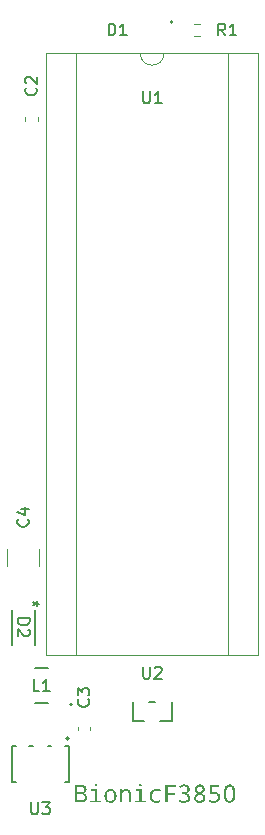
<source format=gbr>
G04 #@! TF.GenerationSoftware,KiCad,Pcbnew,8.0.4+dfsg-1*
G04 #@! TF.CreationDate,2025-02-28T19:43:57+09:00*
G04 #@! TF.ProjectId,bionic-f3850-dcdc,62696f6e-6963-42d6-9633-3835302d6463,7*
G04 #@! TF.SameCoordinates,Original*
G04 #@! TF.FileFunction,Legend,Top*
G04 #@! TF.FilePolarity,Positive*
%FSLAX46Y46*%
G04 Gerber Fmt 4.6, Leading zero omitted, Abs format (unit mm)*
G04 Created by KiCad (PCBNEW 8.0.4+dfsg-1) date 2025-02-28 19:43:57*
%MOMM*%
%LPD*%
G01*
G04 APERTURE LIST*
%ADD10C,0.150000*%
%ADD11C,0.152400*%
%ADD12C,0.120000*%
G04 APERTURE END LIST*
D10*
G36*
X107699538Y-135672063D02*
G01*
X107776344Y-135678637D01*
X107858522Y-135692311D01*
X107929805Y-135712297D01*
X107999195Y-135743590D01*
X108024394Y-135759631D01*
X108080173Y-135811219D01*
X108120015Y-135876592D01*
X108143920Y-135955750D01*
X108151764Y-136036321D01*
X108151889Y-136048692D01*
X108143982Y-136126373D01*
X108117019Y-136201904D01*
X108070922Y-136267045D01*
X108014737Y-136314622D01*
X107947389Y-136348819D01*
X107868878Y-136369634D01*
X107851836Y-136372192D01*
X107851836Y-136382450D01*
X107932036Y-136400127D01*
X108001542Y-136425315D01*
X108073387Y-136467361D01*
X108128524Y-136521142D01*
X108166953Y-136586658D01*
X108188674Y-136663909D01*
X108194020Y-136734160D01*
X108189397Y-136807481D01*
X108172314Y-136885274D01*
X108142644Y-136954722D01*
X108100386Y-137015826D01*
X108062496Y-137054362D01*
X108000538Y-137099615D01*
X107929430Y-137133753D01*
X107849170Y-137156776D01*
X107773092Y-137167664D01*
X107704558Y-137170500D01*
X107161606Y-137170500D01*
X107161606Y-137006735D01*
X107354314Y-137006735D01*
X107670486Y-137006735D01*
X107745619Y-137002355D01*
X107825448Y-136984565D01*
X107900582Y-136945152D01*
X107953175Y-136886033D01*
X107983228Y-136807207D01*
X107991055Y-136726466D01*
X107982906Y-136651635D01*
X107951616Y-136578580D01*
X107896859Y-136523788D01*
X107818635Y-136487261D01*
X107735521Y-136470772D01*
X107657297Y-136466714D01*
X107354314Y-136466714D01*
X107354314Y-137006735D01*
X107161606Y-137006735D01*
X107161606Y-136302949D01*
X107354314Y-136302949D01*
X107646672Y-136302949D01*
X107721640Y-136299446D01*
X107800021Y-136285213D01*
X107871600Y-136253683D01*
X107881145Y-136246895D01*
X107928824Y-136189259D01*
X107951261Y-136114589D01*
X107954785Y-136061515D01*
X107945477Y-135985822D01*
X107910477Y-135917465D01*
X107876016Y-135886759D01*
X107803957Y-135854387D01*
X107724072Y-135838824D01*
X107647182Y-135833844D01*
X107626156Y-135833636D01*
X107354314Y-135833636D01*
X107354314Y-136302949D01*
X107161606Y-136302949D01*
X107161606Y-135669871D01*
X107615165Y-135669871D01*
X107699538Y-135672063D01*
G37*
G36*
X108934809Y-135576082D02*
G01*
X109009441Y-135598452D01*
X109042280Y-135665561D01*
X109043986Y-135692952D01*
X109025644Y-135765080D01*
X109011379Y-135781613D01*
X108943015Y-135810301D01*
X108934809Y-135810555D01*
X108863410Y-135791146D01*
X108827226Y-135726832D01*
X108824533Y-135692952D01*
X108842733Y-135617284D01*
X108908963Y-135577908D01*
X108934809Y-135576082D01*
G37*
G36*
X108840287Y-136192307D02*
G01*
X108562949Y-136170691D01*
X108562949Y-136045028D01*
X109027499Y-136045028D01*
X109027499Y-137023221D01*
X109390200Y-137043737D01*
X109390200Y-137170500D01*
X108485646Y-137170500D01*
X108485646Y-137043737D01*
X108840287Y-137023221D01*
X108840287Y-136192307D01*
G37*
G36*
X110259242Y-136027197D02*
G01*
X110334882Y-136044044D01*
X110404803Y-136072122D01*
X110469005Y-136111432D01*
X110527489Y-136161973D01*
X110545713Y-136181316D01*
X110594395Y-136244900D01*
X110633005Y-136315852D01*
X110661542Y-136394171D01*
X110680008Y-136479857D01*
X110687702Y-136556890D01*
X110688961Y-136605566D01*
X110685509Y-136688148D01*
X110675151Y-136765077D01*
X110657888Y-136836354D01*
X110628058Y-136914424D01*
X110588285Y-136984354D01*
X110547545Y-137036410D01*
X110491353Y-137089948D01*
X110428568Y-137132409D01*
X110359187Y-137163793D01*
X110283213Y-137184101D01*
X110200643Y-137193331D01*
X110171655Y-137193947D01*
X110090893Y-137188318D01*
X110015669Y-137171433D01*
X109945984Y-137143290D01*
X109881838Y-137103890D01*
X109823229Y-137053233D01*
X109804924Y-137033846D01*
X109756118Y-136969896D01*
X109717409Y-136898400D01*
X109688798Y-136819355D01*
X109672669Y-136747719D01*
X109663553Y-136670842D01*
X109661309Y-136605566D01*
X109855116Y-136605566D01*
X109857934Y-136682890D01*
X109870456Y-136774157D01*
X109892996Y-136851904D01*
X109935258Y-136930073D01*
X109993173Y-136987115D01*
X110066741Y-137023031D01*
X110155962Y-137037819D01*
X110175685Y-137038242D01*
X110250560Y-137031481D01*
X110330116Y-137004017D01*
X110394072Y-136955425D01*
X110442429Y-136885707D01*
X110469884Y-136814721D01*
X110487355Y-136730214D01*
X110494842Y-136632186D01*
X110495154Y-136605566D01*
X110492327Y-136529028D01*
X110479762Y-136438687D01*
X110457145Y-136361731D01*
X110414737Y-136284356D01*
X110356624Y-136227893D01*
X110282803Y-136192343D01*
X110193277Y-136177704D01*
X110173487Y-136177286D01*
X110098868Y-136183978D01*
X110019587Y-136211164D01*
X109955850Y-136259261D01*
X109907660Y-136328271D01*
X109880300Y-136398536D01*
X109862889Y-136482184D01*
X109855427Y-136579217D01*
X109855116Y-136605566D01*
X109661309Y-136605566D01*
X109664717Y-136523749D01*
X109674941Y-136447514D01*
X109696206Y-136363399D01*
X109727285Y-136287321D01*
X109768179Y-136219280D01*
X109800894Y-136178385D01*
X109856677Y-136125096D01*
X109919339Y-136082833D01*
X109988878Y-136051594D01*
X110065295Y-136031381D01*
X110148590Y-136022194D01*
X110177883Y-136021581D01*
X110259242Y-136027197D01*
G37*
G36*
X111717346Y-137170500D02*
G01*
X111717346Y-136444366D01*
X111711362Y-136367424D01*
X111688384Y-136292308D01*
X111639795Y-136228407D01*
X111567750Y-136190066D01*
X111487327Y-136177547D01*
X111472248Y-136177286D01*
X111398059Y-136183674D01*
X111319234Y-136209628D01*
X111255864Y-136255545D01*
X111207950Y-136321426D01*
X111175493Y-136407271D01*
X111160655Y-136490321D01*
X111155709Y-136586148D01*
X111155709Y-137170500D01*
X110968131Y-137170500D01*
X110968131Y-136045028D01*
X111119439Y-136045028D01*
X111147283Y-136194871D01*
X111157541Y-136194871D01*
X111202097Y-136135980D01*
X111265996Y-136082673D01*
X111342727Y-136045950D01*
X111418710Y-136027673D01*
X111504122Y-136021581D01*
X111598060Y-136028021D01*
X111679473Y-136047341D01*
X111748361Y-136079541D01*
X111816857Y-136137904D01*
X111857564Y-136199084D01*
X111885745Y-136273144D01*
X111901401Y-136360083D01*
X111904924Y-136433741D01*
X111904924Y-137170500D01*
X111717346Y-137170500D01*
G37*
G36*
X112715688Y-135576082D02*
G01*
X112790321Y-135598452D01*
X112823159Y-135665561D01*
X112824865Y-135692952D01*
X112806524Y-135765080D01*
X112792258Y-135781613D01*
X112723894Y-135810301D01*
X112715688Y-135810555D01*
X112644289Y-135791146D01*
X112608105Y-135726832D01*
X112605413Y-135692952D01*
X112623612Y-135617284D01*
X112689842Y-135577908D01*
X112715688Y-135576082D01*
G37*
G36*
X112621166Y-136192307D02*
G01*
X112343829Y-136170691D01*
X112343829Y-136045028D01*
X112808378Y-136045028D01*
X112808378Y-137023221D01*
X113171079Y-137043737D01*
X113171079Y-137170500D01*
X112266526Y-137170500D01*
X112266526Y-137043737D01*
X112621166Y-137023221D01*
X112621166Y-136192307D01*
G37*
G36*
X114417084Y-136082398D02*
G01*
X114353337Y-136245063D01*
X114278094Y-136218937D01*
X114206974Y-136200275D01*
X114131890Y-136188204D01*
X114077098Y-136185346D01*
X113987539Y-136192004D01*
X113909921Y-136211976D01*
X113844245Y-136245264D01*
X113778941Y-136305598D01*
X113740133Y-136368844D01*
X113713265Y-136445406D01*
X113698338Y-136535282D01*
X113694980Y-136611428D01*
X113698248Y-136686264D01*
X113712774Y-136774595D01*
X113738920Y-136849840D01*
X113787945Y-136925493D01*
X113855127Y-136980700D01*
X113940465Y-137015460D01*
X114021810Y-137028546D01*
X114066840Y-137030182D01*
X114148241Y-137026198D01*
X114230513Y-137014245D01*
X114303214Y-136997250D01*
X114376582Y-136974154D01*
X114397667Y-136966435D01*
X114397667Y-137131299D01*
X114324691Y-137158707D01*
X114243885Y-137178285D01*
X114166756Y-137188991D01*
X114083631Y-137193702D01*
X114058780Y-137193947D01*
X113978893Y-137190289D01*
X113904785Y-137179314D01*
X113823482Y-137156486D01*
X113750500Y-137123123D01*
X113685838Y-137079223D01*
X113647353Y-137044104D01*
X113597674Y-136983327D01*
X113558275Y-136913380D01*
X113529153Y-136834263D01*
X113512736Y-136761326D01*
X113503457Y-136682021D01*
X113501173Y-136613992D01*
X113504823Y-136526918D01*
X113515771Y-136446588D01*
X113534017Y-136373002D01*
X113565547Y-136293601D01*
X113607588Y-136223912D01*
X113650650Y-136173256D01*
X113710967Y-136121710D01*
X113779810Y-136080829D01*
X113857181Y-136050613D01*
X113943077Y-136031061D01*
X114021171Y-136022914D01*
X114070870Y-136021581D01*
X114150173Y-136024491D01*
X114227478Y-136033222D01*
X114302784Y-136047773D01*
X114376091Y-136068144D01*
X114417084Y-136082398D01*
G37*
G36*
X115027080Y-137170500D02*
G01*
X114835472Y-137170500D01*
X114835472Y-135669871D01*
X115702290Y-135669871D01*
X115702290Y-135838765D01*
X115027080Y-135838765D01*
X115027080Y-136373291D01*
X115663089Y-136373291D01*
X115663089Y-136542185D01*
X115027080Y-136542185D01*
X115027080Y-137170500D01*
G37*
G36*
X116559582Y-136390876D02*
G01*
X116559582Y-136397105D01*
X116646737Y-136413047D01*
X116722271Y-136437061D01*
X116800347Y-136478429D01*
X116860266Y-136532409D01*
X116902027Y-136599000D01*
X116925632Y-136678203D01*
X116931442Y-136750646D01*
X116926444Y-136824916D01*
X116907982Y-136903784D01*
X116875915Y-136974271D01*
X116830244Y-137036379D01*
X116789293Y-137075611D01*
X116721036Y-137121720D01*
X116652876Y-137152229D01*
X116575802Y-137174417D01*
X116489815Y-137188284D01*
X116411351Y-137193485D01*
X116378232Y-137193947D01*
X116302707Y-137191961D01*
X116218523Y-137184336D01*
X116141372Y-137170993D01*
X116060251Y-137148197D01*
X115988701Y-137117618D01*
X115979261Y-137112614D01*
X115979261Y-136937492D01*
X116050956Y-136970362D01*
X116123706Y-136996431D01*
X116197513Y-137015699D01*
X116272376Y-137028167D01*
X116348294Y-137033834D01*
X116373836Y-137034212D01*
X116459359Y-137029690D01*
X116533479Y-137016123D01*
X116610093Y-136986445D01*
X116668890Y-136942635D01*
X116715928Y-136871409D01*
X116735527Y-136796508D01*
X116738734Y-136744784D01*
X116729155Y-136670270D01*
X116692370Y-136597524D01*
X116627995Y-136542964D01*
X116553275Y-136511390D01*
X116479705Y-136495224D01*
X116393872Y-136487141D01*
X116346358Y-136486131D01*
X116209338Y-136486131D01*
X116209338Y-136326396D01*
X116346358Y-136326396D01*
X116424142Y-136321450D01*
X116500536Y-136304062D01*
X116571620Y-136270059D01*
X116601714Y-136247262D01*
X116653443Y-136186544D01*
X116683700Y-136113705D01*
X116692572Y-136036968D01*
X116682681Y-135963295D01*
X116649639Y-135897668D01*
X116622230Y-135868441D01*
X116557575Y-135828116D01*
X116484048Y-135809139D01*
X116435018Y-135806159D01*
X116355312Y-135812067D01*
X116276798Y-135829791D01*
X116199475Y-135859331D01*
X116134148Y-135894055D01*
X116080378Y-135929624D01*
X115985489Y-135801030D01*
X116047276Y-135756490D01*
X116112193Y-135719499D01*
X116180240Y-135690058D01*
X116251418Y-135668166D01*
X116325727Y-135653822D01*
X116403166Y-135647028D01*
X116435018Y-135646424D01*
X116511294Y-135650056D01*
X116592012Y-135663475D01*
X116663824Y-135686781D01*
X116734991Y-135725524D01*
X116766212Y-135749739D01*
X116818304Y-135805724D01*
X116855513Y-135870364D01*
X116877838Y-135943660D01*
X116885280Y-136025611D01*
X116878586Y-136102891D01*
X116855445Y-136180057D01*
X116815774Y-136248063D01*
X116800650Y-136266679D01*
X116740901Y-136320524D01*
X116675013Y-136357300D01*
X116597650Y-136383005D01*
X116559582Y-136390876D01*
G37*
G36*
X117816999Y-135651087D02*
G01*
X117889613Y-135665077D01*
X117964100Y-135692486D01*
X118029519Y-135732076D01*
X118044457Y-135743877D01*
X118095908Y-135796885D01*
X118136219Y-135866756D01*
X118156432Y-135937962D01*
X118162060Y-136007293D01*
X118152567Y-136092000D01*
X118124089Y-136169443D01*
X118076627Y-136239622D01*
X118022572Y-136292555D01*
X117955333Y-136340444D01*
X117892049Y-136375123D01*
X117966667Y-136417518D01*
X118031336Y-136462272D01*
X118098182Y-136521530D01*
X118149481Y-136584474D01*
X118185236Y-136651103D01*
X118207621Y-136735922D01*
X118210420Y-136780322D01*
X118204196Y-136858560D01*
X118185525Y-136929787D01*
X118148946Y-137002602D01*
X118096110Y-137066257D01*
X118080360Y-137080740D01*
X118019623Y-137124851D01*
X117950891Y-137158128D01*
X117874164Y-137180570D01*
X117789444Y-137192178D01*
X117737443Y-137193947D01*
X117657476Y-137190199D01*
X117584360Y-137178955D01*
X117507719Y-137156362D01*
X117440405Y-137123566D01*
X117390130Y-137087335D01*
X117335633Y-137028556D01*
X117296707Y-136959199D01*
X117273351Y-136879263D01*
X117265688Y-136800641D01*
X117265566Y-136788748D01*
X117265631Y-136788015D01*
X117448748Y-136788015D01*
X117458743Y-136871684D01*
X117495669Y-136947418D01*
X117559802Y-136999591D01*
X117636430Y-137025557D01*
X117715556Y-137033972D01*
X117733047Y-137034212D01*
X117806933Y-137028909D01*
X117883543Y-137008023D01*
X117949935Y-136967167D01*
X117996818Y-136909242D01*
X118022063Y-136836581D01*
X118026871Y-136779955D01*
X118014459Y-136703239D01*
X117977223Y-136634657D01*
X117962025Y-136616557D01*
X117906706Y-136566922D01*
X117845475Y-136525538D01*
X117778980Y-136488169D01*
X117741473Y-136469278D01*
X117710699Y-136454990D01*
X117635234Y-136495868D01*
X117572561Y-136540878D01*
X117514236Y-136600345D01*
X117474329Y-136665763D01*
X117452841Y-136737131D01*
X117448748Y-136788015D01*
X117265631Y-136788015D01*
X117272659Y-136709014D01*
X117293938Y-136635362D01*
X117329403Y-136567792D01*
X117379053Y-136506304D01*
X117442890Y-136450899D01*
X117520912Y-136401575D01*
X117556093Y-136383549D01*
X117486328Y-136334800D01*
X117428388Y-136282205D01*
X117374468Y-136214014D01*
X117337575Y-136140285D01*
X117317710Y-136061017D01*
X117314694Y-136016452D01*
X117497475Y-136016452D01*
X117507222Y-136091265D01*
X117539299Y-136159593D01*
X117548399Y-136171790D01*
X117604529Y-136223409D01*
X117667784Y-136263279D01*
X117739642Y-136299285D01*
X117808456Y-136264753D01*
X117875639Y-136218591D01*
X117932790Y-136158224D01*
X117967081Y-136090844D01*
X117978511Y-136016452D01*
X117967809Y-135941146D01*
X117928863Y-135874240D01*
X117913665Y-135860015D01*
X117847597Y-135823199D01*
X117769547Y-135807474D01*
X117735245Y-135806159D01*
X117659648Y-135813732D01*
X117587340Y-135841712D01*
X117561588Y-135860015D01*
X117515569Y-135921211D01*
X117498038Y-135997646D01*
X117497475Y-136016452D01*
X117314694Y-136016452D01*
X117313926Y-136005095D01*
X117321414Y-135926922D01*
X117347737Y-135849159D01*
X117393014Y-135782176D01*
X117433727Y-135743511D01*
X117497772Y-135701035D01*
X117569740Y-135670696D01*
X117649630Y-135652492D01*
X117726033Y-135646519D01*
X117737443Y-135646424D01*
X117816999Y-135651087D01*
G37*
G36*
X118542346Y-137112614D02*
G01*
X118542346Y-136935294D01*
X118610802Y-136973837D01*
X118686341Y-137002914D01*
X118768963Y-137022523D01*
X118845418Y-137031797D01*
X118913106Y-137034212D01*
X118994250Y-137029220D01*
X119080466Y-137008941D01*
X119149776Y-136973064D01*
X119202182Y-136921586D01*
X119237682Y-136854510D01*
X119256278Y-136771835D01*
X119259321Y-136714742D01*
X119250671Y-136628618D01*
X119224723Y-136557091D01*
X119170752Y-136490527D01*
X119106747Y-136451115D01*
X119025444Y-136426299D01*
X118947947Y-136416957D01*
X118905046Y-136415789D01*
X118828453Y-136419396D01*
X118752976Y-136427911D01*
X118675993Y-136439857D01*
X118666909Y-136441435D01*
X118574219Y-136382450D01*
X118631006Y-135669871D01*
X119341752Y-135669871D01*
X119341752Y-135840964D01*
X118793672Y-135840964D01*
X118753371Y-136276571D01*
X118828580Y-136264890D01*
X118902576Y-136258058D01*
X118968794Y-136256054D01*
X119047065Y-136260176D01*
X119119490Y-136272541D01*
X119196594Y-136297385D01*
X119265739Y-136333449D01*
X119318672Y-136373291D01*
X119370634Y-136428576D01*
X119409833Y-136492172D01*
X119436270Y-136564077D01*
X119449944Y-136644292D01*
X119452028Y-136693860D01*
X119447031Y-136779748D01*
X119432038Y-136857985D01*
X119407051Y-136928572D01*
X119365267Y-137001253D01*
X119309879Y-137063521D01*
X119242114Y-137114341D01*
X119175155Y-137147967D01*
X119100004Y-137172421D01*
X119016662Y-137187706D01*
X118940953Y-137193437D01*
X118909076Y-137193947D01*
X118825859Y-137191087D01*
X118749313Y-137182509D01*
X118668442Y-137165274D01*
X118596652Y-137140254D01*
X118542346Y-137112614D01*
G37*
G36*
X120341299Y-135653418D02*
G01*
X120418549Y-135674399D01*
X120487581Y-135709369D01*
X120548396Y-135758326D01*
X120600994Y-135821270D01*
X120616700Y-135845360D01*
X120651952Y-135911839D01*
X120681229Y-135986940D01*
X120704531Y-136070663D01*
X120718871Y-136143850D01*
X120729386Y-136222556D01*
X120736078Y-136306779D01*
X120738946Y-136396521D01*
X120739066Y-136419819D01*
X120737178Y-136513561D01*
X120731515Y-136601255D01*
X120722077Y-136682902D01*
X120708864Y-136758500D01*
X120681965Y-136860558D01*
X120646572Y-136949008D01*
X120602684Y-137023850D01*
X120550302Y-137085085D01*
X120489426Y-137132712D01*
X120420056Y-137166731D01*
X120342191Y-137187143D01*
X120255831Y-137193947D01*
X120171373Y-137186953D01*
X120094952Y-137165971D01*
X120026567Y-137131002D01*
X119966220Y-137082045D01*
X119913910Y-137019101D01*
X119898260Y-136995011D01*
X119863219Y-136928514D01*
X119834117Y-136853360D01*
X119810955Y-136769547D01*
X119796701Y-136696262D01*
X119786248Y-136617437D01*
X119779596Y-136533070D01*
X119776746Y-136443162D01*
X119776627Y-136419819D01*
X119776642Y-136419086D01*
X119967503Y-136419086D01*
X119968590Y-136498015D01*
X119971853Y-136571219D01*
X119978991Y-136654674D01*
X119989527Y-136729185D01*
X120006658Y-136806791D01*
X120032829Y-136881053D01*
X120037112Y-136890231D01*
X120076885Y-136953223D01*
X120133509Y-137002576D01*
X120202710Y-137029150D01*
X120255831Y-137034212D01*
X120334773Y-137022794D01*
X120400963Y-136988540D01*
X120454402Y-136931449D01*
X120478581Y-136889864D01*
X120506275Y-136817874D01*
X120524599Y-136742355D01*
X120536051Y-136669681D01*
X120544033Y-136588152D01*
X120548545Y-136497769D01*
X120549655Y-136419086D01*
X120548545Y-136340925D01*
X120544033Y-136251112D01*
X120536051Y-136170065D01*
X120521892Y-136084378D01*
X120502735Y-136011314D01*
X120478581Y-135950873D01*
X120438006Y-135887561D01*
X120380316Y-135837956D01*
X120309876Y-135811247D01*
X120255831Y-135806159D01*
X120178245Y-135817519D01*
X120113237Y-135851600D01*
X120060806Y-135908400D01*
X120037112Y-135949774D01*
X120009989Y-136021193D01*
X119992043Y-136096335D01*
X119980826Y-136168772D01*
X119973009Y-136250136D01*
X119968590Y-136340427D01*
X119967503Y-136419086D01*
X119776642Y-136419086D01*
X119778499Y-136326166D01*
X119784114Y-136238555D01*
X119793474Y-136156986D01*
X119806577Y-136081459D01*
X119833252Y-135979498D01*
X119868350Y-135891131D01*
X119911871Y-135816360D01*
X119963816Y-135755183D01*
X120024185Y-135707601D01*
X120092977Y-135673614D01*
X120170192Y-135653222D01*
X120255831Y-135646424D01*
X120341299Y-135653418D01*
G37*
X102323180Y-121598605D02*
X103323180Y-121598605D01*
X103323180Y-121598605D02*
X103323180Y-121836700D01*
X103323180Y-121836700D02*
X103275561Y-121979557D01*
X103275561Y-121979557D02*
X103180323Y-122074795D01*
X103180323Y-122074795D02*
X103085085Y-122122414D01*
X103085085Y-122122414D02*
X102894609Y-122170033D01*
X102894609Y-122170033D02*
X102751752Y-122170033D01*
X102751752Y-122170033D02*
X102561276Y-122122414D01*
X102561276Y-122122414D02*
X102466038Y-122074795D01*
X102466038Y-122074795D02*
X102370800Y-121979557D01*
X102370800Y-121979557D02*
X102323180Y-121836700D01*
X102323180Y-121836700D02*
X102323180Y-121598605D01*
X103227942Y-122550986D02*
X103275561Y-122598605D01*
X103275561Y-122598605D02*
X103323180Y-122693843D01*
X103323180Y-122693843D02*
X103323180Y-122931938D01*
X103323180Y-122931938D02*
X103275561Y-123027176D01*
X103275561Y-123027176D02*
X103227942Y-123074795D01*
X103227942Y-123074795D02*
X103132704Y-123122414D01*
X103132704Y-123122414D02*
X103037466Y-123122414D01*
X103037466Y-123122414D02*
X102894609Y-123074795D01*
X102894609Y-123074795D02*
X102323180Y-122503367D01*
X102323180Y-122503367D02*
X102323180Y-123122414D01*
X104085180Y-120336700D02*
X103847085Y-120336700D01*
X103942323Y-120098605D02*
X103847085Y-120336700D01*
X103847085Y-120336700D02*
X103942323Y-120574795D01*
X103656609Y-120193843D02*
X103847085Y-120336700D01*
X103847085Y-120336700D02*
X103656609Y-120479557D01*
X103188380Y-113194266D02*
X103236000Y-113241885D01*
X103236000Y-113241885D02*
X103283619Y-113384742D01*
X103283619Y-113384742D02*
X103283619Y-113479980D01*
X103283619Y-113479980D02*
X103236000Y-113622837D01*
X103236000Y-113622837D02*
X103140761Y-113718075D01*
X103140761Y-113718075D02*
X103045523Y-113765694D01*
X103045523Y-113765694D02*
X102855047Y-113813313D01*
X102855047Y-113813313D02*
X102712190Y-113813313D01*
X102712190Y-113813313D02*
X102521714Y-113765694D01*
X102521714Y-113765694D02*
X102426476Y-113718075D01*
X102426476Y-113718075D02*
X102331238Y-113622837D01*
X102331238Y-113622837D02*
X102283619Y-113479980D01*
X102283619Y-113479980D02*
X102283619Y-113384742D01*
X102283619Y-113384742D02*
X102331238Y-113241885D01*
X102331238Y-113241885D02*
X102378857Y-113194266D01*
X102616952Y-112337123D02*
X103283619Y-112337123D01*
X102236000Y-112575218D02*
X102950285Y-112813313D01*
X102950285Y-112813313D02*
X102950285Y-112194266D01*
X103848780Y-76669066D02*
X103896400Y-76716685D01*
X103896400Y-76716685D02*
X103944019Y-76859542D01*
X103944019Y-76859542D02*
X103944019Y-76954780D01*
X103944019Y-76954780D02*
X103896400Y-77097637D01*
X103896400Y-77097637D02*
X103801161Y-77192875D01*
X103801161Y-77192875D02*
X103705923Y-77240494D01*
X103705923Y-77240494D02*
X103515447Y-77288113D01*
X103515447Y-77288113D02*
X103372590Y-77288113D01*
X103372590Y-77288113D02*
X103182114Y-77240494D01*
X103182114Y-77240494D02*
X103086876Y-77192875D01*
X103086876Y-77192875D02*
X102991638Y-77097637D01*
X102991638Y-77097637D02*
X102944019Y-76954780D01*
X102944019Y-76954780D02*
X102944019Y-76859542D01*
X102944019Y-76859542D02*
X102991638Y-76716685D01*
X102991638Y-76716685D02*
X103039257Y-76669066D01*
X103039257Y-76288113D02*
X102991638Y-76240494D01*
X102991638Y-76240494D02*
X102944019Y-76145256D01*
X102944019Y-76145256D02*
X102944019Y-75907161D01*
X102944019Y-75907161D02*
X102991638Y-75811923D01*
X102991638Y-75811923D02*
X103039257Y-75764304D01*
X103039257Y-75764304D02*
X103134495Y-75716685D01*
X103134495Y-75716685D02*
X103229733Y-75716685D01*
X103229733Y-75716685D02*
X103372590Y-75764304D01*
X103372590Y-75764304D02*
X103944019Y-76335732D01*
X103944019Y-76335732D02*
X103944019Y-75716685D01*
X110015505Y-72232819D02*
X110015505Y-71232819D01*
X110015505Y-71232819D02*
X110253600Y-71232819D01*
X110253600Y-71232819D02*
X110396457Y-71280438D01*
X110396457Y-71280438D02*
X110491695Y-71375676D01*
X110491695Y-71375676D02*
X110539314Y-71470914D01*
X110539314Y-71470914D02*
X110586933Y-71661390D01*
X110586933Y-71661390D02*
X110586933Y-71804247D01*
X110586933Y-71804247D02*
X110539314Y-71994723D01*
X110539314Y-71994723D02*
X110491695Y-72089961D01*
X110491695Y-72089961D02*
X110396457Y-72185200D01*
X110396457Y-72185200D02*
X110253600Y-72232819D01*
X110253600Y-72232819D02*
X110015505Y-72232819D01*
X111539314Y-72232819D02*
X110967886Y-72232819D01*
X111253600Y-72232819D02*
X111253600Y-71232819D01*
X111253600Y-71232819D02*
X111158362Y-71375676D01*
X111158362Y-71375676D02*
X111063124Y-71470914D01*
X111063124Y-71470914D02*
X110967886Y-71518533D01*
X119883333Y-72232819D02*
X119550000Y-71756628D01*
X119311905Y-72232819D02*
X119311905Y-71232819D01*
X119311905Y-71232819D02*
X119692857Y-71232819D01*
X119692857Y-71232819D02*
X119788095Y-71280438D01*
X119788095Y-71280438D02*
X119835714Y-71328057D01*
X119835714Y-71328057D02*
X119883333Y-71423295D01*
X119883333Y-71423295D02*
X119883333Y-71566152D01*
X119883333Y-71566152D02*
X119835714Y-71661390D01*
X119835714Y-71661390D02*
X119788095Y-71709009D01*
X119788095Y-71709009D02*
X119692857Y-71756628D01*
X119692857Y-71756628D02*
X119311905Y-71756628D01*
X120835714Y-72232819D02*
X120264286Y-72232819D01*
X120550000Y-72232819D02*
X120550000Y-71232819D01*
X120550000Y-71232819D02*
X120454762Y-71375676D01*
X120454762Y-71375676D02*
X120359524Y-71470914D01*
X120359524Y-71470914D02*
X120264286Y-71518533D01*
X108293780Y-128434266D02*
X108341400Y-128481885D01*
X108341400Y-128481885D02*
X108389019Y-128624742D01*
X108389019Y-128624742D02*
X108389019Y-128719980D01*
X108389019Y-128719980D02*
X108341400Y-128862837D01*
X108341400Y-128862837D02*
X108246161Y-128958075D01*
X108246161Y-128958075D02*
X108150923Y-129005694D01*
X108150923Y-129005694D02*
X107960447Y-129053313D01*
X107960447Y-129053313D02*
X107817590Y-129053313D01*
X107817590Y-129053313D02*
X107627114Y-129005694D01*
X107627114Y-129005694D02*
X107531876Y-128958075D01*
X107531876Y-128958075D02*
X107436638Y-128862837D01*
X107436638Y-128862837D02*
X107389019Y-128719980D01*
X107389019Y-128719980D02*
X107389019Y-128624742D01*
X107389019Y-128624742D02*
X107436638Y-128481885D01*
X107436638Y-128481885D02*
X107484257Y-128434266D01*
X107389019Y-128100932D02*
X107389019Y-127481885D01*
X107389019Y-127481885D02*
X107769971Y-127815218D01*
X107769971Y-127815218D02*
X107769971Y-127672361D01*
X107769971Y-127672361D02*
X107817590Y-127577123D01*
X107817590Y-127577123D02*
X107865209Y-127529504D01*
X107865209Y-127529504D02*
X107960447Y-127481885D01*
X107960447Y-127481885D02*
X108198542Y-127481885D01*
X108198542Y-127481885D02*
X108293780Y-127529504D01*
X108293780Y-127529504D02*
X108341400Y-127577123D01*
X108341400Y-127577123D02*
X108389019Y-127672361D01*
X108389019Y-127672361D02*
X108389019Y-127958075D01*
X108389019Y-127958075D02*
X108341400Y-128053313D01*
X108341400Y-128053313D02*
X108293780Y-128100932D01*
X104160733Y-127757219D02*
X103684543Y-127757219D01*
X103684543Y-127757219D02*
X103684543Y-126757219D01*
X105017876Y-127757219D02*
X104446448Y-127757219D01*
X104732162Y-127757219D02*
X104732162Y-126757219D01*
X104732162Y-126757219D02*
X104636924Y-126900076D01*
X104636924Y-126900076D02*
X104541686Y-126995314D01*
X104541686Y-126995314D02*
X104446448Y-127042933D01*
X103463895Y-137171219D02*
X103463895Y-137980742D01*
X103463895Y-137980742D02*
X103511514Y-138075980D01*
X103511514Y-138075980D02*
X103559133Y-138123600D01*
X103559133Y-138123600D02*
X103654371Y-138171219D01*
X103654371Y-138171219D02*
X103844847Y-138171219D01*
X103844847Y-138171219D02*
X103940085Y-138123600D01*
X103940085Y-138123600D02*
X103987704Y-138075980D01*
X103987704Y-138075980D02*
X104035323Y-137980742D01*
X104035323Y-137980742D02*
X104035323Y-137171219D01*
X104416276Y-137171219D02*
X105035323Y-137171219D01*
X105035323Y-137171219D02*
X104701990Y-137552171D01*
X104701990Y-137552171D02*
X104844847Y-137552171D01*
X104844847Y-137552171D02*
X104940085Y-137599790D01*
X104940085Y-137599790D02*
X104987704Y-137647409D01*
X104987704Y-137647409D02*
X105035323Y-137742647D01*
X105035323Y-137742647D02*
X105035323Y-137980742D01*
X105035323Y-137980742D02*
X104987704Y-138075980D01*
X104987704Y-138075980D02*
X104940085Y-138123600D01*
X104940085Y-138123600D02*
X104844847Y-138171219D01*
X104844847Y-138171219D02*
X104559133Y-138171219D01*
X104559133Y-138171219D02*
X104463895Y-138123600D01*
X104463895Y-138123600D02*
X104416276Y-138075980D01*
X112938095Y-76973219D02*
X112938095Y-77782742D01*
X112938095Y-77782742D02*
X112985714Y-77877980D01*
X112985714Y-77877980D02*
X113033333Y-77925600D01*
X113033333Y-77925600D02*
X113128571Y-77973219D01*
X113128571Y-77973219D02*
X113319047Y-77973219D01*
X113319047Y-77973219D02*
X113414285Y-77925600D01*
X113414285Y-77925600D02*
X113461904Y-77877980D01*
X113461904Y-77877980D02*
X113509523Y-77782742D01*
X113509523Y-77782742D02*
X113509523Y-76973219D01*
X114509523Y-77973219D02*
X113938095Y-77973219D01*
X114223809Y-77973219D02*
X114223809Y-76973219D01*
X114223809Y-76973219D02*
X114128571Y-77116076D01*
X114128571Y-77116076D02*
X114033333Y-77211314D01*
X114033333Y-77211314D02*
X113938095Y-77258933D01*
X112938095Y-125690419D02*
X112938095Y-126499942D01*
X112938095Y-126499942D02*
X112985714Y-126595180D01*
X112985714Y-126595180D02*
X113033333Y-126642800D01*
X113033333Y-126642800D02*
X113128571Y-126690419D01*
X113128571Y-126690419D02*
X113319047Y-126690419D01*
X113319047Y-126690419D02*
X113414285Y-126642800D01*
X113414285Y-126642800D02*
X113461904Y-126595180D01*
X113461904Y-126595180D02*
X113509523Y-126499942D01*
X113509523Y-126499942D02*
X113509523Y-125690419D01*
X113938095Y-125785657D02*
X113985714Y-125738038D01*
X113985714Y-125738038D02*
X114080952Y-125690419D01*
X114080952Y-125690419D02*
X114319047Y-125690419D01*
X114319047Y-125690419D02*
X114414285Y-125738038D01*
X114414285Y-125738038D02*
X114461904Y-125785657D01*
X114461904Y-125785657D02*
X114509523Y-125880895D01*
X114509523Y-125880895D02*
X114509523Y-125976133D01*
X114509523Y-125976133D02*
X114461904Y-126118990D01*
X114461904Y-126118990D02*
X113890476Y-126690419D01*
X113890476Y-126690419D02*
X114509523Y-126690419D01*
D11*
X101800100Y-120863500D02*
X101800100Y-123809900D01*
X103755900Y-123809900D02*
X103755900Y-120863500D01*
D12*
X101418000Y-117142452D02*
X101418000Y-115719948D01*
X104138000Y-117142452D02*
X104138000Y-115719948D01*
X102979200Y-79442667D02*
X102979200Y-79150133D01*
X103999200Y-79442667D02*
X103999200Y-79150133D01*
D11*
X115427200Y-71092200D02*
G75*
G02*
X115274800Y-71092200I-76200J0D01*
G01*
X115274800Y-71092200D02*
G75*
G02*
X115427200Y-71092200I76200J0D01*
G01*
D12*
X117255276Y-71255500D02*
X117764724Y-71255500D01*
X117255276Y-72300500D02*
X117764724Y-72300500D01*
X107424200Y-131055467D02*
X107424200Y-130762933D01*
X108444200Y-131055467D02*
X108444200Y-130762933D01*
D11*
X103755249Y-128775600D02*
X104899551Y-128775600D01*
X104899551Y-125829200D02*
X103755249Y-125829200D01*
X106903600Y-128902400D02*
G75*
G02*
X106751200Y-128902400I-76200J0D01*
G01*
X106751200Y-128902400D02*
G75*
G02*
X106903600Y-128902400I76200J0D01*
G01*
X101798700Y-132428200D02*
X101798700Y-135476200D01*
X101798700Y-135476200D02*
X102150360Y-135476200D01*
X102150360Y-132428200D02*
X101798700Y-132428200D01*
X103588735Y-132428200D02*
X103298440Y-132428200D01*
X105150360Y-132428200D02*
X104860065Y-132428200D01*
X106298440Y-135476200D02*
X106650100Y-135476200D01*
X106650100Y-132428200D02*
X106298440Y-132428200D01*
X106650100Y-135476200D02*
X106650100Y-132428200D01*
X106651400Y-131752200D02*
G75*
G02*
X106397400Y-131752200I-127000J0D01*
G01*
X106397400Y-131752200D02*
G75*
G02*
X106651400Y-131752200I127000J0D01*
G01*
D12*
X104750000Y-73690000D02*
X104750000Y-124730000D01*
X104750000Y-124730000D02*
X122650000Y-124730000D01*
X107240000Y-73750000D02*
X107240000Y-124670000D01*
X107240000Y-124670000D02*
X120160000Y-124670000D01*
X112700000Y-73750000D02*
X107240000Y-73750000D01*
X120160000Y-73750000D02*
X114700000Y-73750000D01*
X120160000Y-124670000D02*
X120160000Y-73750000D01*
X122650000Y-73690000D02*
X104750000Y-73690000D01*
X122650000Y-124730000D02*
X122650000Y-73690000D01*
X114700000Y-73750000D02*
G75*
G02*
X112700000Y-73750000I-1000000J0D01*
G01*
D11*
X112048000Y-128659000D02*
X112048000Y-130313000D01*
X112048000Y-130313000D02*
X113037060Y-130313000D01*
X113987061Y-128659000D02*
X113412939Y-128659000D01*
X114362940Y-130313000D02*
X115352000Y-130313000D01*
X115352000Y-130313000D02*
X115352000Y-128659000D01*
M02*

</source>
